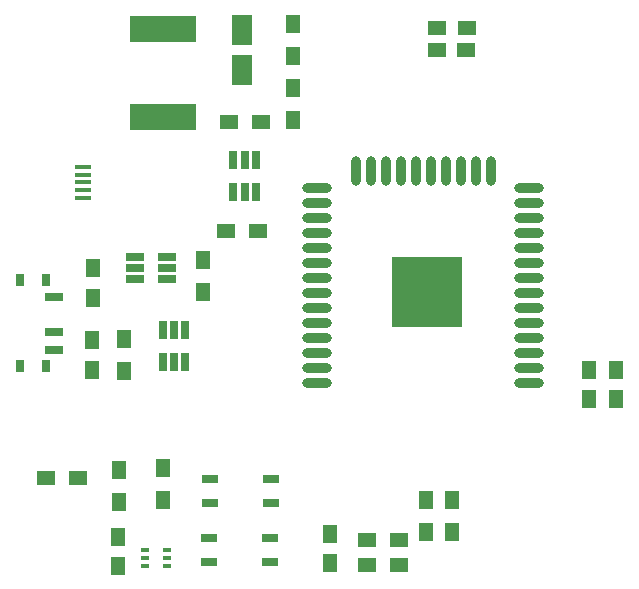
<source format=gbr>
G04 #@! TF.GenerationSoftware,KiCad,Pcbnew,5.0.0-1.fc29*
G04 #@! TF.CreationDate,2018-08-25T23:53:58+05:30*
G04 #@! TF.ProjectId,medlo,6D65646C6F2E6B696361645F70636200,rev?*
G04 #@! TF.SameCoordinates,Original*
G04 #@! TF.FileFunction,Paste,Top*
G04 #@! TF.FilePolarity,Positive*
%FSLAX46Y46*%
G04 Gerber Fmt 4.6, Leading zero omitted, Abs format (unit mm)*
G04 Created by KiCad (PCBNEW 5.0.0-1.fc29) date Sat Aug 25 23:53:58 2018*
%MOMM*%
%LPD*%
G01*
G04 APERTURE LIST*
%ADD10R,1.800000X2.600000*%
%ADD11R,1.250000X1.500000*%
%ADD12R,1.500000X1.250000*%
%ADD13R,1.300000X1.500000*%
%ADD14R,1.500000X1.300000*%
%ADD15R,5.600000X2.300000*%
%ADD16R,1.350000X0.400000*%
%ADD17R,0.650000X0.400000*%
%ADD18R,1.500000X0.700000*%
%ADD19R,0.800000X1.000000*%
%ADD20R,1.450000X0.700000*%
%ADD21R,0.650000X1.560000*%
%ADD22R,1.560000X0.650000*%
%ADD23O,2.500000X0.900000*%
%ADD24O,0.900000X2.500000*%
%ADD25R,6.000000X6.000000*%
G04 APERTURE END LIST*
D10*
G04 #@! TO.C,C1*
X79311500Y-74944500D03*
X79311500Y-78344500D03*
G04 #@! TD*
D11*
G04 #@! TO.C,C2*
X66611500Y-101239000D03*
X66611500Y-103739000D03*
G04 #@! TD*
G04 #@! TO.C,C3*
X66738500Y-97643000D03*
X66738500Y-95143000D03*
G04 #@! TD*
G04 #@! TO.C,C4*
X68834000Y-120376000D03*
X68834000Y-117876000D03*
G04 #@! TD*
G04 #@! TO.C,C5*
X108712000Y-103753600D03*
X108712000Y-106253600D03*
G04 #@! TD*
D12*
G04 #@! TO.C,C6*
X98379600Y-74777600D03*
X95879600Y-74777600D03*
G04 #@! TD*
D11*
G04 #@! TO.C,C7*
X86766400Y-117622000D03*
X86766400Y-120122000D03*
G04 #@! TD*
G04 #@! TO.C,C8*
X111048800Y-103753600D03*
X111048800Y-106253600D03*
G04 #@! TD*
D12*
G04 #@! TO.C,C9*
X95828800Y-76657200D03*
X98328800Y-76657200D03*
G04 #@! TD*
D13*
G04 #@! TO.C,D1*
X83629500Y-74469000D03*
X83629500Y-77169000D03*
G04 #@! TD*
D14*
G04 #@! TO.C,D2*
X89899500Y-118173500D03*
X92599500Y-118173500D03*
G04 #@! TD*
G04 #@! TO.C,D3*
X89963000Y-120269000D03*
X92663000Y-120269000D03*
G04 #@! TD*
D15*
G04 #@! TO.C,F1*
X72644000Y-82313000D03*
X72644000Y-74913000D03*
G04 #@! TD*
D16*
G04 #@! TO.C,J1*
X65866000Y-86584000D03*
X65866000Y-87234000D03*
X65866000Y-87884000D03*
X65866000Y-88534000D03*
X65866000Y-89184000D03*
G04 #@! TD*
D17*
G04 #@! TO.C,Q1*
X73022500Y-120347500D03*
X73022500Y-119047500D03*
X71122500Y-119697500D03*
X73022500Y-119697500D03*
X71122500Y-119047500D03*
X71122500Y-120347500D03*
G04 #@! TD*
D14*
G04 #@! TO.C,R1*
X78025000Y-92011500D03*
X80725000Y-92011500D03*
G04 #@! TD*
D13*
G04 #@! TO.C,R2*
X83629500Y-79930000D03*
X83629500Y-82630000D03*
G04 #@! TD*
D14*
G04 #@! TO.C,R3*
X80915500Y-82740500D03*
X78215500Y-82740500D03*
G04 #@! TD*
D13*
G04 #@! TO.C,R4*
X69342000Y-103839000D03*
X69342000Y-101139000D03*
G04 #@! TD*
G04 #@! TO.C,R5*
X76073000Y-94471500D03*
X76073000Y-97171500D03*
G04 #@! TD*
G04 #@! TO.C,R6*
X68897500Y-114951500D03*
X68897500Y-112251500D03*
G04 #@! TD*
G04 #@! TO.C,R7*
X72644000Y-112061000D03*
X72644000Y-114761000D03*
G04 #@! TD*
D14*
G04 #@! TO.C,R8*
X62785000Y-112903000D03*
X65485000Y-112903000D03*
G04 #@! TD*
D13*
G04 #@! TO.C,R9*
X94932500Y-114791500D03*
X94932500Y-117491500D03*
G04 #@! TD*
G04 #@! TO.C,R10*
X97091500Y-114791500D03*
X97091500Y-117491500D03*
G04 #@! TD*
D18*
G04 #@! TO.C,SW1*
X63406000Y-97572000D03*
X63406000Y-100572000D03*
X63406000Y-102072000D03*
D19*
X60546000Y-96172000D03*
X60546000Y-103472000D03*
X62756000Y-103472000D03*
X62756000Y-96172000D03*
G04 #@! TD*
D20*
G04 #@! TO.C,SW2*
X81777200Y-112995200D03*
X76617200Y-112995200D03*
X76617200Y-114995200D03*
X81777200Y-114995200D03*
G04 #@! TD*
G04 #@! TO.C,SW3*
X76515600Y-118024400D03*
X81675600Y-118024400D03*
X81675600Y-120024400D03*
X76515600Y-120024400D03*
G04 #@! TD*
D21*
G04 #@! TO.C,T1*
X73596500Y-100377000D03*
X72646500Y-100377000D03*
X74546500Y-100377000D03*
X74546500Y-103077000D03*
X73596500Y-103077000D03*
X72646500Y-103077000D03*
G04 #@! TD*
G04 #@! TO.C,U1*
X78615500Y-88726000D03*
X79565500Y-88726000D03*
X80515500Y-88726000D03*
X80515500Y-86026000D03*
X78615500Y-86026000D03*
X79565500Y-86026000D03*
G04 #@! TD*
D22*
G04 #@! TO.C,U2*
X72978000Y-96073000D03*
X72978000Y-95123000D03*
X72978000Y-94173000D03*
X70278000Y-94173000D03*
X70278000Y-96073000D03*
X70278000Y-95123000D03*
G04 #@! TD*
D23*
G04 #@! TO.C,U3*
X85678500Y-104881500D03*
X85678500Y-103611500D03*
X85678500Y-102341500D03*
X85678500Y-101071500D03*
X85678500Y-99801500D03*
X85678500Y-98531500D03*
X85678500Y-97261500D03*
X85678500Y-95991500D03*
X85678500Y-94721500D03*
X85678500Y-93451500D03*
X85678500Y-92181500D03*
X85678500Y-90911500D03*
X85678500Y-89641500D03*
X85678500Y-88371500D03*
D24*
X88963500Y-86881500D03*
X90233500Y-86881500D03*
X91503500Y-86881500D03*
X92773500Y-86881500D03*
X94043500Y-86881500D03*
X95313500Y-86881500D03*
X96583500Y-86881500D03*
X97853500Y-86881500D03*
X99123500Y-86881500D03*
X100393500Y-86881500D03*
D23*
X103678500Y-88371500D03*
X103678500Y-89641500D03*
X103678500Y-90911500D03*
X103678500Y-92181500D03*
X103678500Y-93451500D03*
X103678500Y-94721500D03*
X103678500Y-95991500D03*
X103678500Y-97261500D03*
X103678500Y-98531500D03*
X103678500Y-99801500D03*
X103678500Y-101071500D03*
X103678500Y-102341500D03*
X103678500Y-103611500D03*
X103678500Y-104881500D03*
D25*
X94978500Y-97181500D03*
G04 #@! TD*
M02*

</source>
